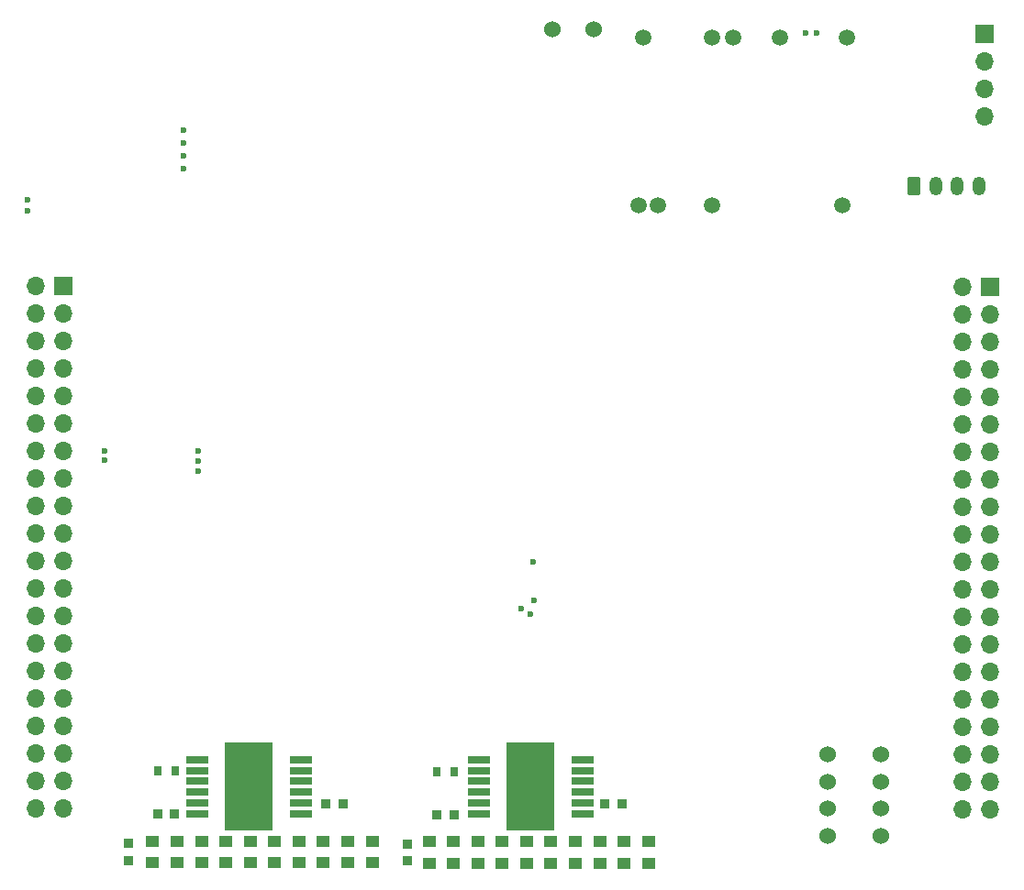
<source format=gbr>
%TF.GenerationSoftware,KiCad,Pcbnew,8.0.7*%
%TF.CreationDate,2024-12-26T23:24:23+03:00*%
%TF.ProjectId,uaefi,75616566-692e-46b6-9963-61645f706362,D*%
%TF.SameCoordinates,Original*%
%TF.FileFunction,Soldermask,Bot*%
%TF.FilePolarity,Negative*%
%FSLAX46Y46*%
G04 Gerber Fmt 4.6, Leading zero omitted, Abs format (unit mm)*
G04 Created by KiCad (PCBNEW 8.0.7) date 2024-12-26 23:24:23*
%MOMM*%
%LPD*%
G01*
G04 APERTURE LIST*
G04 Aperture macros list*
%AMRoundRect*
0 Rectangle with rounded corners*
0 $1 Rounding radius*
0 $2 $3 $4 $5 $6 $7 $8 $9 X,Y pos of 4 corners*
0 Add a 4 corners polygon primitive as box body*
4,1,4,$2,$3,$4,$5,$6,$7,$8,$9,$2,$3,0*
0 Add four circle primitives for the rounded corners*
1,1,$1+$1,$2,$3*
1,1,$1+$1,$4,$5*
1,1,$1+$1,$6,$7*
1,1,$1+$1,$8,$9*
0 Add four rect primitives between the rounded corners*
20,1,$1+$1,$2,$3,$4,$5,0*
20,1,$1+$1,$4,$5,$6,$7,0*
20,1,$1+$1,$6,$7,$8,$9,0*
20,1,$1+$1,$8,$9,$2,$3,0*%
G04 Aperture macros list end*
%ADD10C,1.500000*%
%ADD11C,0.600000*%
%ADD12R,1.700000X1.700000*%
%ADD13O,1.700000X1.700000*%
%ADD14RoundRect,0.250000X-0.350000X-0.625000X0.350000X-0.625000X0.350000X0.625000X-0.350000X0.625000X0*%
%ADD15O,1.200000X1.750000*%
%ADD16C,1.524000*%
%ADD17C,0.599999*%
%ADD18RoundRect,0.100000X0.525000X-0.400000X0.525000X0.400000X-0.525000X0.400000X-0.525000X-0.400000X0*%
%ADD19RoundRect,0.070000X0.280000X0.390000X-0.280000X0.390000X-0.280000X-0.390000X0.280000X-0.390000X0*%
%ADD20RoundRect,0.085000X0.340000X0.340000X-0.340000X0.340000X-0.340000X-0.340000X0.340000X-0.340000X0*%
%ADD21R,2.000000X0.650000*%
%ADD22R,4.500000X8.100000*%
%ADD23RoundRect,0.085000X-0.340000X-0.340000X0.340000X-0.340000X0.340000X0.340000X-0.340000X0.340000X0*%
%ADD24RoundRect,0.085000X0.340000X-0.340000X0.340000X0.340000X-0.340000X0.340000X-0.340000X-0.340000X0*%
G04 APERTURE END LIST*
D10*
%TO.C,M1*%
X132500000Y-47250002D03*
X138899997Y-47250002D03*
X140800000Y-47250002D03*
X145100000Y-47250002D03*
D11*
X147499997Y-46800003D03*
X148499998Y-46800003D03*
D10*
X151350000Y-47250002D03*
X132049998Y-62749999D03*
X133899997Y-62749999D03*
X138850000Y-62749999D03*
X150899998Y-62749999D03*
%TD*%
D12*
%TO.C,BLUETOOTH1*%
X164000000Y-46960000D03*
D13*
X164000000Y-49500000D03*
X164000000Y-52040000D03*
X164000000Y-54580000D03*
%TD*%
D14*
%TO.C,USB1*%
X157500000Y-61000000D03*
D15*
X159500000Y-61000000D03*
X161500000Y-61000000D03*
X163500000Y-61000000D03*
%TD*%
D11*
%TO.C,M2*%
X91475000Y-85425002D03*
X91475000Y-86375002D03*
X91475000Y-87325000D03*
X82775000Y-86325002D03*
X82775000Y-85425002D03*
%TD*%
D16*
%TO.C,F1*%
X154450000Y-113500000D03*
X149550000Y-113500000D03*
%TD*%
D17*
%TO.C,CAN1*%
X122137499Y-100543338D03*
X121262497Y-100018338D03*
X122437501Y-99268340D03*
X122362498Y-95718339D03*
%TD*%
D16*
%TO.C,R4*%
X127905000Y-46500000D03*
X124095000Y-46500000D03*
%TD*%
%TO.C,F4*%
X149550000Y-118500000D03*
X154450000Y-118500000D03*
%TD*%
%TO.C,F2*%
X149550000Y-116000000D03*
X154450000Y-116000000D03*
%TD*%
%TO.C,F3*%
X149550000Y-121000000D03*
X154450000Y-121000000D03*
%TD*%
D11*
%TO.C,M4*%
X90137500Y-58200000D03*
X90137500Y-59400000D03*
X90137500Y-57000000D03*
X90137500Y-55800000D03*
X75712500Y-62260000D03*
X75712500Y-63260000D03*
%TD*%
D18*
%TO.C,C14*%
X107500000Y-123500000D03*
X107500000Y-121500000D03*
%TD*%
%TO.C,C21*%
X91750000Y-123500000D03*
X91750000Y-121500000D03*
%TD*%
%TO.C,C22*%
X89500000Y-123500000D03*
X89500000Y-121500000D03*
%TD*%
D19*
%TO.C,R9*%
X115050000Y-115040000D03*
X113450000Y-115040000D03*
%TD*%
D18*
%TO.C,C6*%
X121750000Y-123540000D03*
X121750000Y-121540000D03*
%TD*%
%TO.C,C15*%
X105250000Y-123500000D03*
X105250000Y-121500000D03*
%TD*%
%TO.C,C20*%
X94000000Y-123500000D03*
X94000000Y-121500000D03*
%TD*%
%TO.C,C23*%
X87250000Y-123500000D03*
X87250000Y-121500000D03*
%TD*%
%TO.C,C4*%
X126250000Y-123540000D03*
X126250000Y-121540000D03*
%TD*%
%TO.C,C18*%
X98500000Y-123500000D03*
X98500000Y-121500000D03*
%TD*%
D20*
%TO.C,C25*%
X104790001Y-118000000D03*
X103209999Y-118000000D03*
%TD*%
D18*
%TO.C,C8*%
X117250000Y-123540000D03*
X117250000Y-121540000D03*
%TD*%
D12*
%TO.C,SAGSOKET1*%
X164540000Y-70260000D03*
D13*
X162000000Y-70260000D03*
X164540000Y-72800000D03*
X162000000Y-72800000D03*
X164540000Y-75340000D03*
X162000000Y-75340000D03*
X164540000Y-77880000D03*
X162000000Y-77880000D03*
X164540000Y-80420000D03*
X162000000Y-80420000D03*
X164540000Y-82960000D03*
X162000000Y-82960000D03*
X164540000Y-85500000D03*
X162000000Y-85500000D03*
X164540000Y-88040000D03*
X162000000Y-88040000D03*
X164540000Y-90580000D03*
X162000000Y-90580000D03*
X164540000Y-93120000D03*
X162000000Y-93120000D03*
X164540000Y-95660000D03*
X162000000Y-95660000D03*
X164540000Y-98200000D03*
X162000000Y-98200000D03*
X164540000Y-100740000D03*
X162000000Y-100740000D03*
X164540000Y-103280000D03*
X162000000Y-103280000D03*
X164540000Y-105820000D03*
X162000000Y-105820000D03*
X164540000Y-108360000D03*
X162000000Y-108360000D03*
X164540000Y-110900000D03*
X162000000Y-110900000D03*
X164540000Y-113440000D03*
X162000000Y-113440000D03*
X164540000Y-115980000D03*
X162000000Y-115980000D03*
X164540000Y-118520000D03*
X162000000Y-118520000D03*
%TD*%
D21*
%TO.C,U1*%
X126925000Y-113960000D03*
X126925000Y-114960000D03*
X126925000Y-115960000D03*
X126925000Y-116960000D03*
X126925000Y-117960000D03*
X126925000Y-118960000D03*
X117325000Y-118960000D03*
X117325000Y-117960000D03*
X117325000Y-116960000D03*
X117325000Y-115960000D03*
X117325000Y-114960000D03*
X117325000Y-113960000D03*
D22*
X122125000Y-116460000D03*
%TD*%
D23*
%TO.C,C26*%
X87709999Y-119000000D03*
X89290001Y-119000000D03*
%TD*%
D18*
%TO.C,C9*%
X115000000Y-123540000D03*
X115000000Y-121540000D03*
%TD*%
%TO.C,C7*%
X119500000Y-123540000D03*
X119500000Y-121540000D03*
%TD*%
D24*
%TO.C,C11*%
X110750000Y-123330001D03*
X110750000Y-121749999D03*
%TD*%
D18*
%TO.C,C5*%
X124000000Y-123540000D03*
X124000000Y-121540000D03*
%TD*%
%TO.C,C17*%
X100750000Y-123500000D03*
X100750000Y-121500000D03*
%TD*%
D20*
%TO.C,C12*%
X130540001Y-118040000D03*
X128959999Y-118040000D03*
%TD*%
D21*
%TO.C,U2*%
X100925000Y-113960000D03*
X100925000Y-114960000D03*
X100925000Y-115960000D03*
X100925000Y-116960000D03*
X100925000Y-117960000D03*
X100925000Y-118960000D03*
X91325000Y-118960000D03*
X91325000Y-117960000D03*
X91325000Y-116960000D03*
X91325000Y-115960000D03*
X91325000Y-114960000D03*
X91325000Y-113960000D03*
D22*
X96125000Y-116460000D03*
%TD*%
D18*
%TO.C,C2*%
X130750000Y-123540000D03*
X130750000Y-121540000D03*
%TD*%
%TO.C,C10*%
X112750000Y-123540000D03*
X112750000Y-121540000D03*
%TD*%
%TO.C,C19*%
X96250000Y-123500000D03*
X96250000Y-121500000D03*
%TD*%
%TO.C,C16*%
X103000000Y-123500000D03*
X103000000Y-121500000D03*
%TD*%
%TO.C,C3*%
X128500000Y-123540000D03*
X128500000Y-121540000D03*
%TD*%
D12*
%TO.C,SOLSOKET1*%
X79000000Y-70220000D03*
D13*
X76460000Y-70220000D03*
X79000000Y-72760000D03*
X76460000Y-72760000D03*
X79000000Y-75300000D03*
X76460000Y-75300000D03*
X79000000Y-77840000D03*
X76460000Y-77840000D03*
X79000000Y-80380000D03*
X76460000Y-80380000D03*
X79000000Y-82920000D03*
X76460000Y-82920000D03*
X79000000Y-85460000D03*
X76460000Y-85460000D03*
X79000000Y-88000000D03*
X76460000Y-88000000D03*
X79000000Y-90540000D03*
X76460000Y-90540000D03*
X79000000Y-93080000D03*
X76460000Y-93080000D03*
X79000000Y-95620000D03*
X76460000Y-95620000D03*
X79000000Y-98160000D03*
X76460000Y-98160000D03*
X79000000Y-100700000D03*
X76460000Y-100700000D03*
X79000000Y-103240000D03*
X76460000Y-103240000D03*
X79000000Y-105780000D03*
X76460000Y-105780000D03*
X79000000Y-108320000D03*
X76460000Y-108320000D03*
X79000000Y-110860000D03*
X76460000Y-110860000D03*
X79000000Y-113400000D03*
X76460000Y-113400000D03*
X79000000Y-115940000D03*
X76460000Y-115940000D03*
X79000000Y-118480000D03*
X76460000Y-118480000D03*
%TD*%
D19*
%TO.C,R14*%
X89300000Y-115000000D03*
X87700000Y-115000000D03*
%TD*%
D24*
%TO.C,C24*%
X85000000Y-123290001D03*
X85000000Y-121709999D03*
%TD*%
D23*
%TO.C,C13*%
X113459999Y-119040000D03*
X115040001Y-119040000D03*
%TD*%
D18*
%TO.C,C1*%
X133000000Y-123540000D03*
X133000000Y-121540000D03*
%TD*%
M02*

</source>
